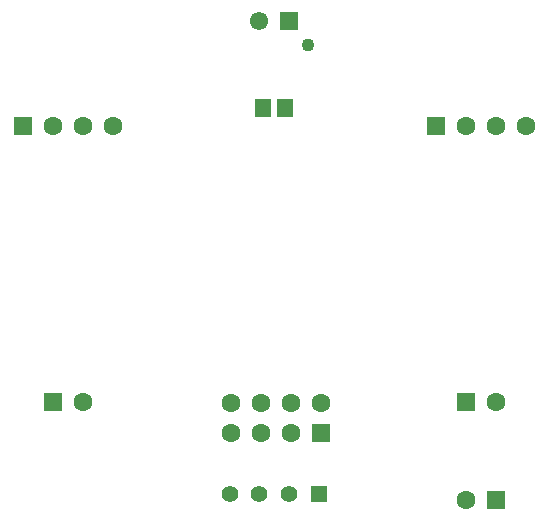
<source format=gts>
G04*
G04 #@! TF.GenerationSoftware,Altium Limited,Altium Designer,22.0.2 (36)*
G04*
G04 Layer_Color=8388736*
%FSLAX25Y25*%
%MOIN*%
G70*
G04*
G04 #@! TF.SameCoordinates,1A689208-BD95-45DA-ABC7-FB7124052531*
G04*
G04*
G04 #@! TF.FilePolarity,Negative*
G04*
G01*
G75*
%ADD13R,0.05518X0.06306*%
%ADD14C,0.06306*%
%ADD15R,0.06306X0.06306*%
%ADD16R,0.05512X0.05512*%
%ADD17C,0.05512*%
%ADD18C,0.04331*%
%ADD19C,0.06102*%
%ADD20R,0.06102X0.06102*%
D13*
X3740Y52000D02*
D03*
X-3740D02*
D03*
D14*
X83898Y46000D02*
D03*
X73898D02*
D03*
X63898D02*
D03*
X-53898D02*
D03*
X-63898D02*
D03*
X-73898D02*
D03*
X-14500Y-46500D02*
D03*
X-14500Y-56500D02*
D03*
X-4500Y-46500D02*
D03*
Y-56500D02*
D03*
X5500Y-46500D02*
D03*
Y-56500D02*
D03*
X15500Y-46500D02*
D03*
X63898Y-78740D02*
D03*
X73898Y-46000D02*
D03*
X-63898D02*
D03*
D15*
X53898Y46000D02*
D03*
X-83898D02*
D03*
X15500Y-56500D02*
D03*
X73898Y-78740D02*
D03*
X63898Y-46000D02*
D03*
X-73898D02*
D03*
D16*
X14764Y-76673D02*
D03*
D17*
X4921D02*
D03*
X-4921D02*
D03*
X-14764D02*
D03*
D18*
X11220Y72933D02*
D03*
D19*
X-4921Y80807D02*
D03*
D20*
X4921D02*
D03*
M02*

</source>
